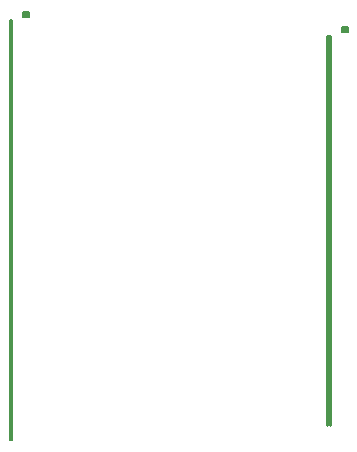
<source format=gbo>
G04 Layer_Color=32896*
%FSLAX43Y43*%
%MOMM*%
G71*
G01*
G75*
%ADD11C,0.254*%
%ADD17C,0.200*%
%ADD18R,0.500X0.500*%
%ADD19R,0.500X0.500*%
D11*
X63204Y-71502D02*
Y-38609D01*
X63199Y-38604D02*
X63204Y-38609D01*
X62950Y-38604D02*
X63199D01*
X62950Y-71502D02*
Y-38604D01*
D17*
X64205Y-38262D02*
X64705D01*
X64205D02*
Y-37762D01*
X64705D01*
Y-38262D02*
Y-37762D01*
X37705Y-36991D02*
Y-36491D01*
X37205D02*
X37705D01*
X37205Y-36991D02*
Y-36491D01*
Y-36991D02*
X37705D01*
X36072Y-37211D02*
X36242D01*
Y-72771D02*
Y-37211D01*
X36072Y-72771D02*
X36242D01*
X36072D02*
Y-37211D01*
D18*
X37455Y-36741D02*
D03*
D19*
X64455Y-38012D02*
D03*
M02*

</source>
